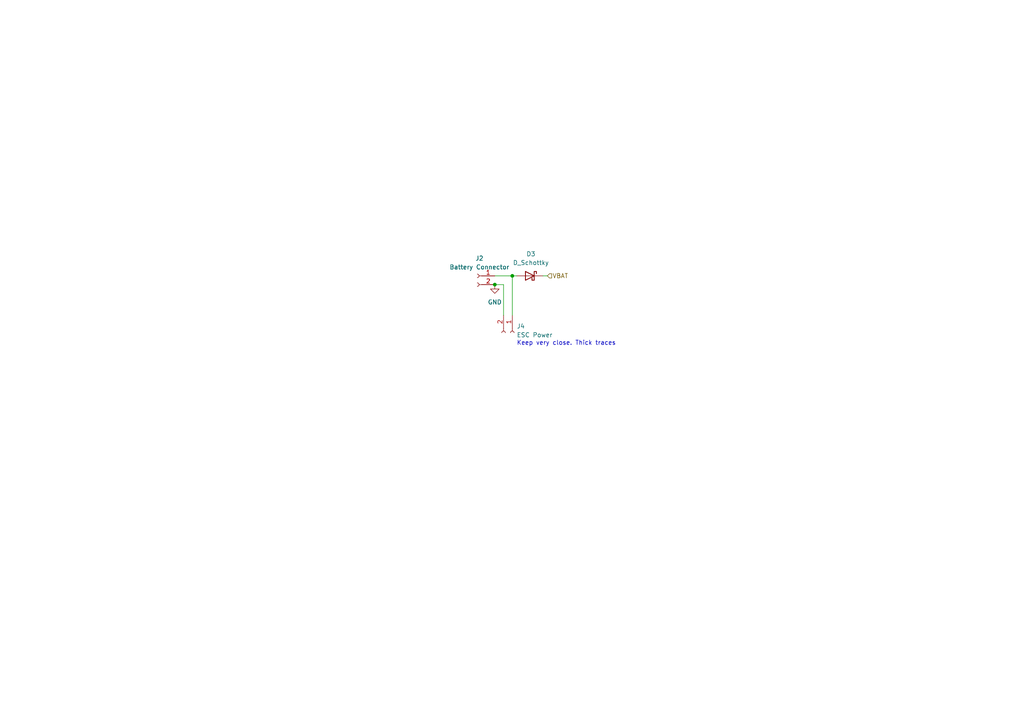
<source format=kicad_sch>
(kicad_sch (version 20230121) (generator eeschema)
  (paper "A4")
  (lib_symbols
    (symbol "Connector:Conn_01x02_Female" (pin_names (offset 1.016) hide)
      (property "Reference" "J" (at 0 2.54 0))
      (property "Value" "Conn_01x02_Female" (at 0 -5.08 0))
      (symbol "Conn_01x02_Female_1_1"
        (arc (start 0 -2.032) (mid -0.5058 -2.54) (end 0 -3.048) (stroke (width 0.1524)))
        (polyline (pts (xy -1.27 -2.54) (xy -0.508 -2.54)) (stroke (width 0.1524)))
        (polyline (pts (xy -1.27 0) (xy -0.508 0)) (stroke (width 0.1524)))
        (arc (start 0 0.508) (mid -0.5058 0) (end 0 -0.508) (stroke (width 0.1524)))
        (pin passive line (at -5.08 0 0) (length 3.81) (name "Pin_1") (number "1"))
        (pin passive line (at -5.08 -2.54 0) (length 3.81) (name "Pin_2") (number "2"))
      )
    )
    (symbol "Device:D_Schottky" (pin_numbers hide) (pin_names (offset 1.016) hide)
      (property "Reference" "D" (at 0 2.54 0))
      (property "Value" "D_Schottky" (at 0 -2.54 0))
      (symbol "D_Schottky_0_1"
        (polyline (pts (xy 1.27 0) (xy -1.27 0)))
        (polyline (pts (xy 1.27 1.27) (xy 1.27 -1.27) (xy -1.27 0) (xy 1.27 1.27)) (stroke (width 0.254)))
        (polyline (pts (xy -1.905 0.635) (xy -1.905 1.27) (xy -1.27 1.27) (xy -1.27 -1.27) (xy -0.635 -1.27) (xy -0.635 -0.635)) (stroke (width 0.254)))
      )
      (symbol "D_Schottky_1_1"
        (pin passive line (at -3.81 0 0) (length 2.54) (name "K") (number "1"))
        (pin passive line (at 3.81 0 180) (length 2.54) (name "A") (number "2"))
      )
    )
    (symbol "power:GND" (power) (pin_names (offset 0))
      (property "Value" "GND" (at 0 -3.81 0))
      (symbol "GND_0_1"
        (polyline (pts (xy 0 0) (xy 0 -1.27) (xy 1.27 -1.27) (xy 0 -2.54) (xy -1.27 -1.27) (xy 0 -1.27)))
      )
      (symbol "GND_1_1"
        (pin power_in line (at 0 0 270) (length 0) hide (name "GND") (number "1"))
      )
    )
  )
  (junction (at 143.51 82.55))
  (junction (at 148.59 80.01))
  (wire (pts (xy 148.59 80.01) (xy 148.59 91.44)))
  (wire (pts (xy 143.51 80.01) (xy 148.59 80.01)))
  (wire (pts (xy 146.05 91.44) (xy 146.05 82.55)))
  (wire (pts (xy 146.05 82.55) (xy 143.51 82.55)))
  (wire (pts (xy 157.48 80.01) (xy 158.75 80.01)))
  (wire (pts (xy 149.86 80.01) (xy 148.59 80.01)))
  (text "Keep very close. Thick traces" (at 149.86 100.33 0) (effects (font (size 1.27 1.27)) (justify left bottom)))
  (hierarchical_label "VBAT" (shape input) (at 158.75 80.01 0))
  (symbol (lib_id "power:GND") (at 143.51 82.55 0) (unit 1)
    (property "Reference" "#PWR0150" (effects hide))
    (property "Value" "GND" (at 143.51 87.63 0))
  )
  (symbol (lib_id "Device:D_Schottky") (at 153.67 80.01 0) (mirror y) (unit 1)
    (property "Reference" "D3" (at 153.9875 73.66 0))
    (property "Value" "D_Schottky" (at 153.9875 76.2 0))
    (property "Footprint" "B320A-13-F:DIOM5226X230N" (effects hide))
  )
  (symbol (lib_id "Connector:Conn_01x02_Female") (at 138.43 80.01 0) (mirror y) (unit 1)
    (property "Reference" "J2" (at 139.065 74.93 0))
    (property "Value" "Battery Connector" (at 139.065 77.47 0))
    (property "Footprint" "Connector_Wire:SolderWire-2sqmm_1x02_P7.8mm_D2mm_OD3.9mm" (effects hide))
  )
  (symbol (lib_id "Connector:Conn_01x02_Female") (at 148.59 96.52 270) (unit 1)
    (property "Reference" "J4" (at 149.86 94.6149 90) (effects (justify left)))
    (property "Value" "ESC Power" (at 149.86 97.1549 90) (effects (justify left)))
    (property "Footprint" "Connector_Wire:SolderWire-2sqmm_1x02_P7.8mm_D2mm_OD3.9mm" (effects hide))
  )
)
</source>
